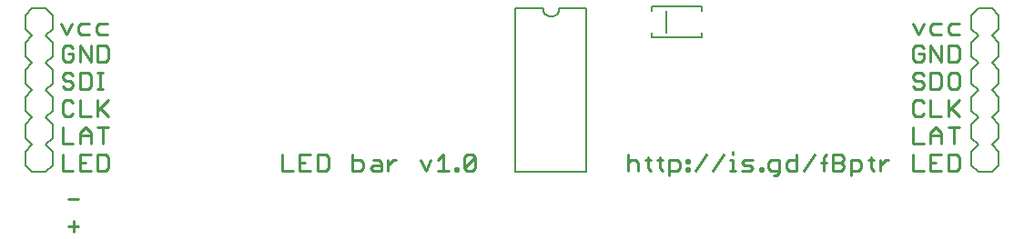
<source format=gto>
G75*
G70*
%OFA0B0*%
%FSLAX24Y24*%
%IPPOS*%
%LPD*%
%AMOC8*
5,1,8,0,0,1.08239X$1,22.5*
%
%ADD10C,0.0110*%
%ADD11C,0.0080*%
D10*
X002907Y001459D02*
X002907Y001852D01*
X002710Y001655D02*
X003104Y001655D01*
X003104Y002655D02*
X002710Y002655D01*
X002904Y003710D02*
X002510Y003710D01*
X002510Y004301D01*
X003155Y004301D02*
X003155Y003710D01*
X003548Y003710D01*
X003799Y003710D02*
X004094Y003710D01*
X004193Y003809D01*
X004193Y004202D01*
X004094Y004301D01*
X003799Y004301D01*
X003799Y003710D01*
X003351Y004005D02*
X003155Y004005D01*
X003155Y004301D02*
X003548Y004301D01*
X003548Y004710D02*
X003548Y005104D01*
X003351Y005301D01*
X003155Y005104D01*
X003155Y004710D01*
X002904Y004710D02*
X002510Y004710D01*
X002510Y005301D01*
X003155Y005005D02*
X003548Y005005D01*
X003799Y005301D02*
X004193Y005301D01*
X003996Y005301D02*
X003996Y004710D01*
X003799Y005710D02*
X003799Y006301D01*
X003799Y005907D02*
X004193Y006301D01*
X003898Y006005D02*
X004193Y005710D01*
X003548Y005710D02*
X003155Y005710D01*
X003155Y006301D01*
X002904Y006202D02*
X002805Y006301D01*
X002609Y006301D01*
X002510Y006202D01*
X002510Y005809D01*
X002609Y005710D01*
X002805Y005710D01*
X002904Y005809D01*
X002805Y006710D02*
X002609Y006710D01*
X002510Y006809D01*
X002609Y007005D02*
X002805Y007005D01*
X002904Y006907D01*
X002904Y006809D01*
X002805Y006710D01*
X003155Y006710D02*
X003450Y006710D01*
X003548Y006809D01*
X003548Y007202D01*
X003450Y007301D01*
X003155Y007301D01*
X003155Y006710D01*
X002609Y007005D02*
X002510Y007104D01*
X002510Y007202D01*
X002609Y007301D01*
X002805Y007301D01*
X002904Y007202D01*
X003799Y007301D02*
X003996Y007301D01*
X003898Y007301D02*
X003898Y006710D01*
X003996Y006710D02*
X003799Y006710D01*
X003799Y007710D02*
X004094Y007710D01*
X004193Y007809D01*
X004193Y008202D01*
X004094Y008301D01*
X003799Y008301D01*
X003799Y007710D01*
X003548Y007710D02*
X003548Y008301D01*
X003155Y008301D02*
X003548Y007710D01*
X003155Y007710D02*
X003155Y008301D01*
X002904Y008202D02*
X002805Y008301D01*
X002609Y008301D01*
X002510Y008202D01*
X002510Y007809D01*
X002609Y007710D01*
X002805Y007710D01*
X002904Y007809D01*
X002904Y008005D01*
X002707Y008005D01*
X002657Y008710D02*
X002854Y009104D01*
X003105Y009005D02*
X003105Y008809D01*
X003203Y008710D01*
X003498Y008710D01*
X003749Y008809D02*
X003848Y008710D01*
X004143Y008710D01*
X003749Y008809D02*
X003749Y009005D01*
X003848Y009104D01*
X004143Y009104D01*
X003498Y009104D02*
X003203Y009104D01*
X003105Y009005D01*
X002657Y008710D02*
X002460Y009104D01*
X010560Y004301D02*
X010560Y003710D01*
X010954Y003710D01*
X011205Y003710D02*
X011598Y003710D01*
X011849Y003710D02*
X012144Y003710D01*
X012243Y003809D01*
X012243Y004202D01*
X012144Y004301D01*
X011849Y004301D01*
X011849Y003710D01*
X011205Y003710D02*
X011205Y004301D01*
X011598Y004301D01*
X011401Y004005D02*
X011205Y004005D01*
X013138Y004104D02*
X013433Y004104D01*
X013532Y004005D01*
X013532Y003809D01*
X013433Y003710D01*
X013138Y003710D01*
X013138Y004301D01*
X013881Y004104D02*
X014078Y004104D01*
X014176Y004005D01*
X014176Y003710D01*
X013881Y003710D01*
X013783Y003809D01*
X013881Y003907D01*
X014176Y003907D01*
X014427Y003907D02*
X014624Y004104D01*
X014723Y004104D01*
X014427Y004104D02*
X014427Y003710D01*
X015609Y004104D02*
X015806Y003710D01*
X016003Y004104D01*
X016253Y004104D02*
X016450Y004301D01*
X016450Y003710D01*
X016253Y003710D02*
X016647Y003710D01*
X016898Y003710D02*
X016996Y003710D01*
X016996Y003809D01*
X016898Y003809D01*
X016898Y003710D01*
X017220Y003809D02*
X017614Y004202D01*
X017614Y003809D01*
X017515Y003710D01*
X017319Y003710D01*
X017220Y003809D01*
X017220Y004202D01*
X017319Y004301D01*
X017515Y004301D01*
X017614Y004202D01*
X023210Y004301D02*
X023210Y003710D01*
X023604Y003710D02*
X023604Y004005D01*
X023505Y004104D01*
X023309Y004104D01*
X023210Y004005D01*
X023855Y004104D02*
X024051Y004104D01*
X023953Y004202D02*
X023953Y003809D01*
X024051Y003710D01*
X024383Y003809D02*
X024481Y003710D01*
X024383Y003809D02*
X024383Y004202D01*
X024481Y004104D02*
X024284Y004104D01*
X024714Y004104D02*
X025009Y004104D01*
X025108Y004005D01*
X025108Y003809D01*
X025009Y003710D01*
X024714Y003710D01*
X024714Y003513D02*
X024714Y004104D01*
X025359Y004104D02*
X025359Y004005D01*
X025457Y004005D01*
X025457Y004104D01*
X025359Y004104D01*
X025681Y003710D02*
X026074Y004301D01*
X026325Y003710D02*
X026719Y004301D01*
X027068Y004301D02*
X027068Y004399D01*
X027068Y004104D02*
X027068Y003710D01*
X026970Y003710D02*
X027167Y003710D01*
X027400Y003710D02*
X027695Y003710D01*
X027793Y003809D01*
X027695Y003907D01*
X027498Y003907D01*
X027400Y004005D01*
X027498Y004104D01*
X027793Y004104D01*
X028366Y004005D02*
X028366Y003809D01*
X028465Y003710D01*
X028760Y003710D01*
X028760Y003612D02*
X028760Y004104D01*
X028465Y004104D01*
X028366Y004005D01*
X028142Y003809D02*
X028044Y003809D01*
X028044Y003710D01*
X028142Y003710D01*
X028142Y003809D01*
X028563Y003513D02*
X028662Y003513D01*
X028760Y003612D01*
X029011Y003809D02*
X029109Y003710D01*
X029404Y003710D01*
X029404Y004301D01*
X029655Y003710D02*
X030049Y004301D01*
X030398Y004202D02*
X030497Y004301D01*
X030398Y004202D02*
X030398Y003710D01*
X030730Y003710D02*
X031025Y003710D01*
X031123Y003809D01*
X031123Y003907D01*
X031025Y004005D01*
X030730Y004005D01*
X030497Y004005D02*
X030300Y004005D01*
X031025Y004005D02*
X031123Y004104D01*
X031123Y004202D01*
X031025Y004301D01*
X030730Y004301D01*
X030730Y003710D01*
X031374Y003710D02*
X031669Y003710D01*
X031768Y003809D01*
X031768Y004005D01*
X031669Y004104D01*
X031374Y004104D01*
X031374Y003513D01*
X032117Y003809D02*
X032215Y003710D01*
X032117Y003809D02*
X032117Y004202D01*
X032019Y004104D02*
X032215Y004104D01*
X032448Y004104D02*
X032448Y003710D01*
X032448Y003907D02*
X032645Y004104D01*
X032744Y004104D01*
X033660Y004301D02*
X033660Y003710D01*
X034054Y003710D01*
X034305Y003710D02*
X034698Y003710D01*
X034949Y003710D02*
X035244Y003710D01*
X035343Y003809D01*
X035343Y004202D01*
X035244Y004301D01*
X034949Y004301D01*
X034949Y003710D01*
X034305Y003710D02*
X034305Y004301D01*
X034698Y004301D01*
X034501Y004005D02*
X034305Y004005D01*
X034305Y004710D02*
X034305Y005104D01*
X034501Y005301D01*
X034698Y005104D01*
X034698Y004710D01*
X034054Y004710D02*
X033660Y004710D01*
X033660Y005301D01*
X034305Y005005D02*
X034698Y005005D01*
X034949Y005301D02*
X035343Y005301D01*
X035146Y005301D02*
X035146Y004710D01*
X034949Y005710D02*
X034949Y006301D01*
X034949Y005907D02*
X035343Y006301D01*
X035048Y006005D02*
X035343Y005710D01*
X034698Y005710D02*
X034305Y005710D01*
X034305Y006301D01*
X034054Y006202D02*
X033955Y006301D01*
X033759Y006301D01*
X033660Y006202D01*
X033660Y005809D01*
X033759Y005710D01*
X033955Y005710D01*
X034054Y005809D01*
X033955Y006710D02*
X033759Y006710D01*
X033660Y006809D01*
X033759Y007005D02*
X033955Y007005D01*
X034054Y006907D01*
X034054Y006809D01*
X033955Y006710D01*
X034305Y006710D02*
X034600Y006710D01*
X034698Y006809D01*
X034698Y007202D01*
X034600Y007301D01*
X034305Y007301D01*
X034305Y006710D01*
X034949Y006809D02*
X035048Y006710D01*
X035244Y006710D01*
X035343Y006809D01*
X035343Y007202D01*
X035244Y007301D01*
X035048Y007301D01*
X034949Y007202D01*
X034949Y006809D01*
X034054Y007202D02*
X033955Y007301D01*
X033759Y007301D01*
X033660Y007202D01*
X033660Y007104D01*
X033759Y007005D01*
X033759Y007710D02*
X033955Y007710D01*
X034054Y007809D01*
X034054Y008005D01*
X033857Y008005D01*
X033660Y007809D02*
X033759Y007710D01*
X033660Y007809D02*
X033660Y008202D01*
X033759Y008301D01*
X033955Y008301D01*
X034054Y008202D01*
X034305Y008301D02*
X034698Y007710D01*
X034698Y008301D01*
X034949Y008301D02*
X035244Y008301D01*
X035343Y008202D01*
X035343Y007809D01*
X035244Y007710D01*
X034949Y007710D01*
X034949Y008301D01*
X034305Y008301D02*
X034305Y007710D01*
X034403Y008710D02*
X034698Y008710D01*
X034949Y008809D02*
X035048Y008710D01*
X035343Y008710D01*
X034949Y008809D02*
X034949Y009005D01*
X035048Y009104D01*
X035343Y009104D01*
X034698Y009104D02*
X034403Y009104D01*
X034305Y009005D01*
X034305Y008809D01*
X034403Y008710D01*
X034054Y009104D02*
X033857Y008710D01*
X033660Y009104D01*
X029404Y004104D02*
X029109Y004104D01*
X029011Y004005D01*
X029011Y003809D01*
X027068Y004104D02*
X026970Y004104D01*
X025457Y003809D02*
X025457Y003710D01*
X025359Y003710D01*
X025359Y003809D01*
X025457Y003809D01*
D11*
X021705Y003655D02*
X021705Y009655D01*
X020705Y009655D01*
X020703Y009621D01*
X020697Y009588D01*
X020688Y009556D01*
X020675Y009525D01*
X020659Y009495D01*
X020640Y009468D01*
X020617Y009443D01*
X020592Y009420D01*
X020565Y009401D01*
X020535Y009385D01*
X020504Y009372D01*
X020472Y009363D01*
X020439Y009357D01*
X020405Y009355D01*
X020371Y009357D01*
X020338Y009363D01*
X020306Y009372D01*
X020275Y009385D01*
X020245Y009401D01*
X020218Y009420D01*
X020193Y009443D01*
X020170Y009468D01*
X020151Y009495D01*
X020135Y009525D01*
X020122Y009556D01*
X020113Y009588D01*
X020107Y009621D01*
X020105Y009655D01*
X019105Y009655D01*
X019105Y003655D01*
X021705Y003655D01*
X035795Y003905D02*
X036045Y003655D01*
X036545Y003655D01*
X036795Y003905D01*
X036795Y004405D01*
X036545Y004655D01*
X036795Y004905D01*
X036795Y005405D01*
X036545Y005655D01*
X036795Y005905D01*
X036795Y006405D01*
X036545Y006655D01*
X036795Y006905D01*
X036795Y007405D01*
X036545Y007655D01*
X036795Y007905D01*
X036795Y008405D01*
X036545Y008655D01*
X036795Y008905D01*
X036795Y009405D01*
X036545Y009655D01*
X036045Y009655D01*
X035795Y009405D01*
X035795Y008905D01*
X036045Y008655D01*
X035795Y008405D01*
X035795Y007905D01*
X036045Y007655D01*
X035795Y007405D01*
X035795Y006905D01*
X036045Y006655D01*
X035795Y006405D01*
X035795Y005905D01*
X036045Y005655D01*
X035795Y005405D01*
X035795Y004905D01*
X036045Y004655D01*
X035795Y004405D01*
X035795Y003905D01*
X025911Y008584D02*
X024100Y008584D01*
X024100Y008761D01*
X024611Y008761D02*
X024611Y009549D01*
X024100Y009549D02*
X024100Y009726D01*
X025911Y009726D01*
X025911Y009549D01*
X025911Y008761D02*
X025911Y008584D01*
X002155Y008405D02*
X002155Y007905D01*
X001905Y007655D01*
X002155Y007405D01*
X002155Y006905D01*
X001905Y006655D01*
X002155Y006405D01*
X002155Y005905D01*
X001905Y005655D01*
X002155Y005405D01*
X002155Y004905D01*
X001905Y004655D01*
X002155Y004405D01*
X002155Y003905D01*
X001905Y003655D01*
X001405Y003655D01*
X001155Y003905D01*
X001155Y004405D01*
X001405Y004655D01*
X001155Y004905D01*
X001155Y005405D01*
X001405Y005655D01*
X001155Y005905D01*
X001155Y006405D01*
X001405Y006655D01*
X001155Y006905D01*
X001155Y007405D01*
X001405Y007655D01*
X001155Y007905D01*
X001155Y008405D01*
X001405Y008655D01*
X001155Y008905D01*
X001155Y009405D01*
X001405Y009655D01*
X001905Y009655D01*
X002155Y009405D01*
X002155Y008905D01*
X001905Y008655D01*
X002155Y008405D01*
M02*

</source>
